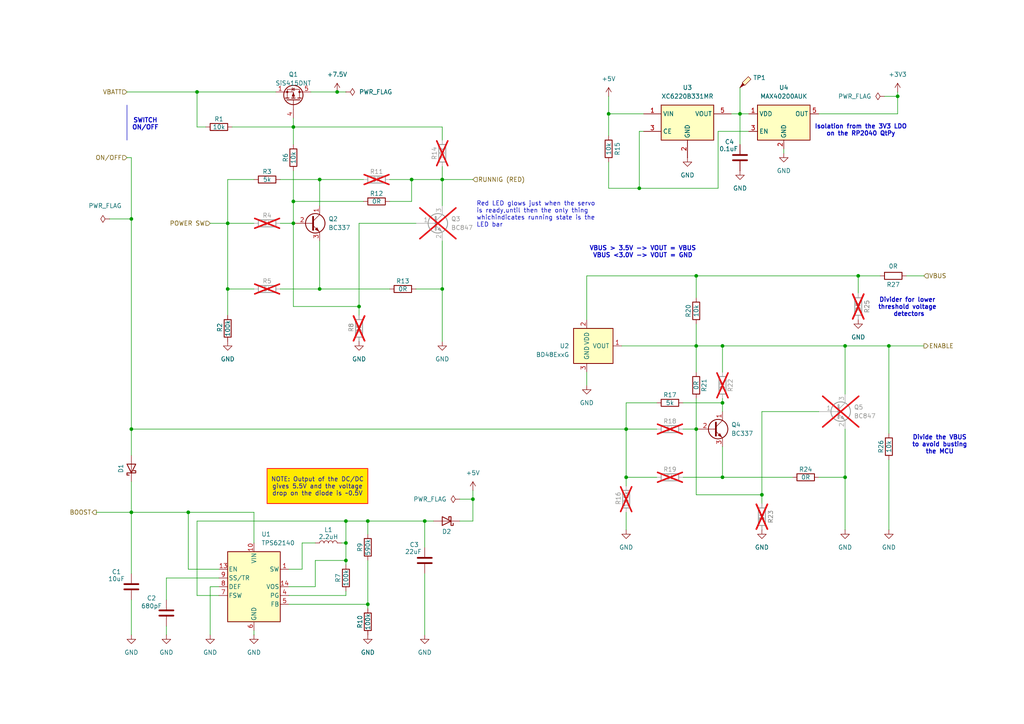
<source format=kicad_sch>
(kicad_sch (version 20250114) (generator "eeschema") (generator_version "9.99")
  (paper "A4")
  (title_block (title "Power Control") (date "2025-02-23") (rev "2.0") (company "Pacner Bros Tech"))
  (lib_symbols
    (symbol "Analog_Switch:MAX40200AUK"
      (property "Reference" "U" (at -6.35 6.35 0))
      (property "Value" "MAX40200AUK" (at 7.62 6.35 0))
      (symbol "MAX40200AUK_1_1"
        (rectangle (start -7.62 -5.08) (end 7.62 5.08) (stroke (width 0.254)) (fill (type background)))
        (pin power_in line (at -10.16 2.54 0) (length 2.54) (name "VDD") (number "1"))
        (pin input line (at -10.16 -2.54 0) (length 2.54) (name "EN") (number "3"))
        (pin power_in line (at 0 -7.62 90) (length 2.54) (name "GND") (number "2"))
        (pin no_connect line (at 7.62 -2.54 180) (length 2.54) (hide yes) (name "NC") (number "4"))
        (pin passive line (at 10.16 2.54 180) (length 2.54) (name "OUT") (number "5"))
      )
    )
    (symbol "Connector:TestPoint_Probe" (pin_numbers (hide yes)) (pin_names (offset 0.762) (hide yes))
      (property "Reference" "TP" (at 1.651 5.842 0))
      (property "Value" "TestPoint_Probe" (at 1.651 4.064 0))
      (symbol "TestPoint_Probe_0_1"
        (polyline (pts (xy 1.27 0.762) (xy 0 0) (xy 0.762 1.27) (xy 1.27 0.762)) (fill (type outline)))
        (polyline (pts (xy 1.397 0.635) (xy 0.635 1.397) (xy 2.413 3.175) (xy 3.175 2.413) (xy 1.397 0.635)) (fill (type background)))
      )
      (symbol "TestPoint_Probe_1_1"
        (pin passive line (at 0 0 90) (length 0) (name "1") (number "1"))
      )
    )
    (symbol "Device:C" (pin_numbers (hide yes)) (pin_names (offset 0.254))
      (property "Reference" "C" (at 0.635 2.54 0))
      (property "Value" "C" (at 0.635 -2.54 0))
      (symbol "C_0_1"
        (polyline (pts (xy -2.032 0.762) (xy 2.032 0.762)) (stroke (width 0.508)))
        (polyline (pts (xy -2.032 -0.762) (xy 2.032 -0.762)) (stroke (width 0.508)))
      )
      (symbol "C_1_1"
        (pin passive line (at 0 3.81 270) (length 2.794) (name "~") (number "1"))
        (pin passive line (at 0 -3.81 90) (length 2.794) (name "~") (number "2"))
      )
    )
    (symbol "Device:D_Schottky" (pin_numbers (hide yes)) (pin_names (offset 1.016) (hide yes))
      (property "Reference" "D" (at 0 2.54 0))
      (property "Value" "D_Schottky" (at 0 -2.54 0))
      (symbol "D_Schottky_0_1"
        (polyline (pts (xy -1.905 0.635) (xy -1.905 1.27) (xy -1.27 1.27) (xy -1.27 -1.27) (xy -0.635 -1.27) (xy -0.635 -0.635)) (stroke (width 0.254)))
        (polyline (pts (xy 1.27 1.27) (xy 1.27 -1.27) (xy -1.27 0) (xy 1.27 1.27)) (stroke (width 0.254)))
        (polyline (pts (xy 1.27 0) (xy -1.27 0)))
      )
      (symbol "D_Schottky_1_1"
        (pin passive line (at -3.81 0 0) (length 2.54) (name "K") (number "1"))
        (pin passive line (at 3.81 0 180) (length 2.54) (name "A") (number "2"))
      )
    )
    (symbol "Device:L" (pin_numbers (hide yes)) (pin_names (offset 1.016) (hide yes))
      (property "Reference" "L" (at -1.27 0 90))
      (property "Value" "L" (at 1.905 0 90))
      (symbol "L_0_1"
        (arc (start 0 2.54) (mid 0.6323 1.905) (end 0 1.27))
        (arc (start 0 1.27) (mid 0.6323 0.635) (end 0 0))
        (arc (start 0 0) (mid 0.6323 -0.635) (end 0 -1.27))
        (arc (start 0 -1.27) (mid 0.6323 -1.905) (end 0 -2.54))
      )
      (symbol "L_1_1"
        (pin passive line (at 0 3.81 270) (length 1.27) (name "1") (number "1"))
        (pin passive line (at 0 -3.81 90) (length 1.27) (name "2") (number "2"))
      )
    )
    (symbol "Device:R" (pin_numbers (hide yes)) (pin_names (offset 0))
      (property "Reference" "R" (at 2.032 0 90))
      (property "Value" "R" (at 0 0 90))
      (symbol "R_0_1"
        (rectangle (start -1.016 -2.54) (end 1.016 2.54) (stroke (width 0.254)))
      )
      (symbol "R_1_1"
        (pin passive line (at 0 3.81 270) (length 1.27) (name "~") (number "1"))
        (pin passive line (at 0 -3.81 90) (length 1.27) (name "~") (number "2"))
      )
    )
    (symbol "Power_Management:BD48ExxG" (pin_names (offset 1.016))
      (property "Reference" "U" (at -3.81 6.35 0))
      (property "Value" "BD48ExxG" (at -5.08 0 90))
      (symbol "BD48ExxG_1_1"
        (rectangle (start -3.81 5.08) (end 7.62 -5.08) (stroke (width 0.254)) (fill (type background)))
        (pin power_in line (at 0 7.62 270) (length 2.54) (name "VDD") (number "2"))
        (pin power_in line (at 0 -7.62 90) (length 2.54) (name "GND") (number "3"))
        (pin output line (at 10.16 0 180) (length 2.54) (name "VOUT") (number "1"))
      )
    )
    (symbol "Regulator_Linear:XC6220B331MR"
      (property "Reference" "U" (at 0 8.89 0))
      (property "Value" "XC6220B331MR" (at 0 6.35 0))
      (symbol "XC6220B331MR_0_1"
        (rectangle (start -7.62 5.08) (end 7.62 -5.08) (stroke (width 0.254)) (fill (type background)))
      )
      (symbol "XC6220B331MR_1_1"
        (pin power_in line (at -12.7 2.54 0) (length 5.08) (name "VIN") (number "1"))
        (pin input line (at -12.7 -2.54 0) (length 5.08) (name "CE") (number "3"))
        (pin power_in line (at 0 -10.16 90) (length 5.08) (name "GND") (number "2"))
        (pin no_connect line (at 7.62 -2.54 180) (length 5.08) (hide yes) (name "NC") (number "4"))
        (pin power_out line (at 12.7 2.54 180) (length 5.08) (name "VOUT") (number "5"))
      )
    )
    (symbol "Regulator_Switching:TPS62140" (pin_names (offset 0.254))
      (property "Reference" "U" (at 3.81 13.97 0))
      (property "Value" "TPS62140" (at 3.81 11.43 0))
      (symbol "TPS62140_0_1"
        (rectangle (start -7.62 10.16) (end 7.62 -10.16) (stroke (width 0.254)) (fill (type background)))
      )
      (symbol "TPS62140_1_1"
        (pin input line (at -10.16 5.08 0) (length 2.54) (name "EN") (number "13"))
        (pin input line (at -10.16 2.54 0) (length 2.54) (name "SS/TR") (number "9"))
        (pin input line (at -10.16 0 0) (length 2.54) (name "DEF") (number "8"))
        (pin input line (at -10.16 -2.54 0) (length 2.54) (name "FSW") (number "7"))
        (pin power_in line (at 0 12.7 270) (length 2.54) (name "VIN") (number "10"))
        (pin passive line (at 0 12.7 270) (length 2.54) (hide yes) (name "VIN") (number "11"))
        (pin passive line (at 0 12.7 270) (length 2.54) (hide yes) (name "VIN") (number "12"))
        (pin passive line (at 0 -12.7 90) (length 2.54) (hide yes) (name "GND") (number "15"))
        (pin passive line (at 0 -12.7 90) (length 2.54) (hide yes) (name "GND") (number "16"))
        (pin passive line (at 0 -12.7 90) (length 2.54) (hide yes) (name "GND") (number "17"))
        (pin power_in line (at 0 -12.7 90) (length 2.54) (name "GND") (number "6"))
        (pin output line (at 10.16 5.08 180) (length 2.54) (name "SW") (number "1"))
        (pin passive line (at 10.16 5.08 180) (length 2.54) (hide yes) (name "SW") (number "2"))
        (pin passive line (at 10.16 5.08 180) (length 2.54) (hide yes) (name "SW") (number "3"))
        (pin input line (at 10.16 0 180) (length 2.54) (name "VOS") (number "14"))
        (pin open_collector line (at 10.16 -2.54 180) (length 2.54) (name "PG") (number "4"))
        (pin input line (at 10.16 -5.08 180) (length 2.54) (name "FB") (number "5"))
      )
    )
    (symbol "Transistor_BJT:BC337" (pin_names (offset 0) (hide yes))
      (property "Reference" "Q" (at 5.08 1.905 0))
      (property "Value" "BC337" (at 5.08 0 0))
      (symbol "BC337_0_1"
        (polyline (pts (xy 0 0) (xy 0.635 0)))
        (polyline (pts (xy 0.635 1.905) (xy 0.635 -1.905) (xy 0.635 -1.905)) (stroke (width 0.508)))
        (polyline (pts (xy 0.635 0.635) (xy 2.54 2.54)))
        (polyline (pts (xy 0.635 -0.635) (xy 2.54 -2.54) (xy 2.54 -2.54)))
        (circle (center 1.27 0) (radius 2.8194) (stroke (width 0.254)))
        (polyline (pts (xy 1.27 -1.778) (xy 1.778 -1.27) (xy 2.286 -2.286) (xy 1.27 -1.778) (xy 1.27 -1.778)) (fill (type outline)))
      )
      (symbol "BC337_1_1"
        (pin input line (at -5.08 0 0) (length 5.08) (name "B") (number "2"))
        (pin passive line (at 2.54 5.08 270) (length 2.54) (name "C") (number "1"))
        (pin passive line (at 2.54 -5.08 90) (length 2.54) (name "E") (number "3"))
      )
    )
    (symbol "Transistor_BJT:BC847" (pin_names (offset 0) (hide yes))
      (property "Reference" "Q" (at 5.08 1.905 0))
      (property "Value" "BC847" (at 5.08 0 0))
      (symbol "BC847_0_1"
        (polyline (pts (xy 0.635 1.905) (xy 0.635 -1.905) (xy 0.635 -1.905)) (stroke (width 0.508)))
        (polyline (pts (xy 0.635 0.635) (xy 2.54 2.54)))
        (polyline (pts (xy 0.635 -0.635) (xy 2.54 -2.54) (xy 2.54 -2.54)))
        (circle (center 1.27 0) (radius 2.8194) (stroke (width 0.254)))
        (polyline (pts (xy 1.27 -1.778) (xy 1.778 -1.27) (xy 2.286 -2.286) (xy 1.27 -1.778) (xy 1.27 -1.778)) (fill (type outline)))
      )
      (symbol "BC847_1_1"
        (pin input line (at -5.08 0 0) (length 5.715) (name "B") (number "1"))
        (pin passive line (at 2.54 5.08 270) (length 2.54) (name "C") (number "3"))
        (pin passive line (at 2.54 -5.08 90) (length 2.54) (name "E") (number "2"))
      )
    )
    (symbol "Transistor_FET:SiS415DNT" (pin_names (hide yes))
      (property "Reference" "Q" (at 5.08 1.905 0))
      (property "Value" "SiS415DNT" (at 5.08 0 0))
      (symbol "SiS415DNT_0_1"
        (polyline (pts (xy 0.254 1.905) (xy 0.254 -1.905)) (stroke (width 0.254)))
        (polyline (pts (xy 0.254 0) (xy -2.54 0)))
        (polyline (pts (xy 0.762 2.286) (xy 0.762 1.27)) (stroke (width 0.254)))
        (polyline (pts (xy 0.762 1.778) (xy 3.302 1.778) (xy 3.302 -1.778) (xy 0.762 -1.778)))
        (polyline (pts (xy 0.762 0.508) (xy 0.762 -0.508)) (stroke (width 0.254)))
        (polyline (pts (xy 0.762 -1.27) (xy 0.762 -2.286)) (stroke (width 0.254)))
        (circle (center 1.651 0) (radius 2.794) (stroke (width 0.254)))
        (polyline (pts (xy 2.286 0) (xy 1.27 0.381) (xy 1.27 -0.381) (xy 2.286 0)) (fill (type outline)))
        (polyline (pts (xy 2.54 2.54) (xy 2.54 1.778)))
        (circle (center 2.54 1.778) (radius 0.254) (fill (type outline)))
        (circle (center 2.54 -1.778) (radius 0.254) (fill (type outline)))
        (polyline (pts (xy 2.54 -2.54) (xy 2.54 0) (xy 0.762 0)))
        (polyline (pts (xy 2.794 -0.508) (xy 2.921 -0.381) (xy 3.683 -0.381) (xy 3.81 -0.254)))
        (polyline (pts (xy 3.302 -0.381) (xy 2.921 0.254) (xy 3.683 0.254) (xy 3.302 -0.381)))
      )
      (symbol "SiS415DNT_1_1"
        (pin passive line (at -5.08 0 0) (length 2.54) (name "G") (number "4"))
        (pin passive line (at 2.54 5.08 270) (length 2.54) (name "D") (number "5"))
        (pin passive line (at 2.54 -5.08 90) (length 2.54) (name "S") (number "1"))
        (pin passive line (at 2.54 -5.08 90) (length 2.54) (hide yes) (name "S") (number "2"))
        (pin passive line (at 2.54 -5.08 90) (length 2.54) (hide yes) (name "S") (number "3"))
      )
    )
    (symbol "power:+5V" (power) (pin_numbers (hide yes)) (pin_names (offset 0) (hide yes))
      (property "Value" "+5V" (at 0 3.556 0))
      (symbol "+5V_0_1"
        (polyline (pts (xy -0.762 1.27) (xy 0 2.54)))
        (polyline (pts (xy 0 2.54) (xy 0.762 1.27)))
        (polyline (pts (xy 0 0) (xy 0 2.54)))
      )
      (symbol "+5V_1_1"
        (pin power_in line (at 0 0 90) (length 0) (name "~") (number "1"))
      )
    )
    (symbol "power:+7.5V" (power) (pin_numbers (hide yes)) (pin_names (offset 0) (hide yes))
      (property "Value" "+7.5V" (at 0 3.556 0))
      (symbol "+7.5V_0_1"
        (polyline (pts (xy -0.762 1.27) (xy 0 2.54)))
        (polyline (pts (xy 0 2.54) (xy 0.762 1.27)))
        (polyline (pts (xy 0 0) (xy 0 2.54)))
      )
      (symbol "+7.5V_1_1"
        (pin power_in line (at 0 0 90) (length 0) (name "~") (number "1"))
      )
    )
    (symbol "power:GND" (power) (pin_numbers (hide yes)) (pin_names (offset 0) (hide yes))
      (property "Value" "GND" (at 0 -3.81 0))
      (symbol "GND_0_1"
        (polyline (pts (xy 0 0) (xy 0 -1.27) (xy 1.27 -1.27) (xy 0 -2.54) (xy -1.27 -1.27) (xy 0 -1.27)))
      )
      (symbol "GND_1_1"
        (pin power_in line (at 0 0 270) (length 0) (name "~") (number "1"))
      )
    )
    (symbol "power:PWR_FLAG" (power) (pin_numbers (hide yes)) (pin_names (offset 0) (hide yes))
      (property "Value" "PWR_FLAG" (at 0 3.81 0))
      (symbol "PWR_FLAG_0_0"
        (pin power_out line (at 0 0 90) (length 0) (name "~") (number "1"))
      )
      (symbol "PWR_FLAG_0_1"
        (polyline (pts (xy 0 0) (xy 0 1.27) (xy -1.016 1.905) (xy 0 2.54) (xy 1.016 1.905) (xy 0 1.27)))
      )
    )
  )
  (text "VBUS > 3.5V -> VOUT = VBUS\nVBUS <3.0V -> VOUT = GND" (at 186.436 73.152 0) (effects (font (size 1.27 1.27) (thickness 0.254) (bold yes))))
  (text "Divider for lower \nthreshold voltage \ndetectors" (at 263.652 89.154 0) (effects (font (size 1.27 1.27) (thickness 0.254) (bold yes))))
  (text "Divide the VBUS\nto avoid busting\nthe MCU" (at 272.542 129.032 0) (effects (font (size 1.27 1.27) (thickness 0.254) (bold yes))))
  (text "Isolation from the 3V3 LDO\non the RP2040 QtPy" (at 249.682 37.846 0) (effects (font (size 1.27 1.27) (thickness 0.254) (bold yes))))
  (text "Red LED glows just when the servo \nis ready,until then the only thing \nwhichindicates running state is the \nLED bar" (at 138.176 62.23 0) (effects (font (size 1.27 1.27)) (justify left)))
  (text "SWITCH\nON/OFF\n" (at 42.164 36.068 0) (effects (font (size 1.27 1.27) (thickness 0.254) (bold yes))))
  (text_box "NOTE: Output of the DC/DC\ngives 5.5V and the voltage\ndrop on the diode is ~0.5V" (at 77.47 135.89 0) (size 29.21 10.16) (margins 0.9525 0.9525 0.9525 0.9525) (stroke (width 0.254) (color 255 30 29 1)) (fill (type color) (color 255 234 0 1)) (effects (font (size 1.27 1.27))))
  (junction (at 85.09 64.77))
  (junction (at 57.15 26.67))
  (junction (at 104.14 88.9))
  (junction (at 176.53 33.02))
  (junction (at 220.98 143.51))
  (junction (at 100.33 157.48))
  (junction (at 123.19 151.13))
  (junction (at 181.61 138.43))
  (junction (at 137.16 144.78))
  (junction (at 209.55 100.33))
  (junction (at 54.61 148.59))
  (junction (at 106.68 175.26))
  (junction (at 201.93 100.33))
  (junction (at 38.1 63.5))
  (junction (at 100.33 162.56))
  (junction (at 92.71 52.07))
  (junction (at 181.61 124.46))
  (junction (at 128.27 83.82))
  (junction (at 92.71 83.82))
  (junction (at 248.92 80.01))
  (junction (at 201.93 124.46))
  (junction (at 85.09 36.83))
  (junction (at 128.27 52.07))
  (junction (at 245.11 138.43))
  (junction (at 209.55 116.84))
  (junction (at 38.1 124.46))
  (junction (at 260.35 27.94))
  (junction (at 201.93 80.01))
  (junction (at 257.81 100.33))
  (junction (at 66.04 64.77))
  (junction (at 100.33 151.13))
  (junction (at 66.04 83.82))
  (junction (at 214.63 33.02))
  (junction (at 97.79 26.67))
  (junction (at 209.55 138.43))
  (junction (at 85.09 58.42))
  (junction (at 106.68 151.13))
  (junction (at 185.42 54.61))
  (junction (at 38.1 148.59))
  (junction (at 119.38 52.07))
  (junction (at 245.11 100.33))
  (wire (pts (xy 104.14 64.77) (xy 120.65 64.77)))
  (wire (pts (xy 81.28 64.77) (xy 85.09 64.77)))
  (wire (pts (xy 214.63 25.4) (xy 214.63 33.02)))
  (wire (pts (xy 100.33 162.56) (xy 100.33 163.83)))
  (wire (pts (xy 176.53 27.94) (xy 176.53 33.02)))
  (wire (pts (xy 91.44 170.18) (xy 91.44 162.56)))
  (wire (pts (xy 57.15 172.72) (xy 57.15 151.13)))
  (wire (pts (xy 185.42 54.61) (xy 176.53 54.61)))
  (wire (pts (xy 113.03 58.42) (xy 119.38 58.42)))
  (wire (pts (xy 92.71 69.85) (xy 92.71 83.82)))
  (wire (pts (xy 123.19 166.37) (xy 123.19 184.15)))
  (wire (pts (xy 180.34 100.33) (xy 201.93 100.33)))
  (wire (pts (xy 137.16 151.13) (xy 133.35 151.13)))
  (wire (pts (xy 181.61 138.43) (xy 181.61 124.46)))
  (wire (pts (xy 48.26 173.99) (xy 48.26 167.64)))
  (wire (pts (xy 104.14 88.9) (xy 104.14 91.44)))
  (wire (pts (xy 66.04 52.07) (xy 66.04 64.77)))
  (wire (pts (xy 83.82 175.26) (xy 106.68 175.26)))
  (wire (pts (xy 190.5 116.84) (xy 181.61 116.84)))
  (wire (pts (xy 106.68 151.13) (xy 106.68 154.94)))
  (wire (pts (xy 209.55 100.33) (xy 209.55 107.95)))
  (wire (pts (xy 57.15 151.13) (xy 100.33 151.13)))
  (wire (pts (xy 201.93 124.46) (xy 201.93 143.51)))
  (wire (pts (xy 91.44 157.48) (xy 87.63 157.48)))
  (wire (pts (xy 57.15 36.83) (xy 59.69 36.83)))
  (wire (pts (xy 176.53 39.37) (xy 176.53 33.02)))
  (wire (pts (xy 85.09 88.9) (xy 104.14 88.9)))
  (wire (pts (xy 185.42 54.61) (xy 208.28 54.61)))
  (wire (pts (xy 54.61 165.1) (xy 63.5 165.1)))
  (wire (pts (xy 92.71 83.82) (xy 113.03 83.82)))
  (wire (pts (xy 66.04 64.77) (xy 73.66 64.77)))
  (wire (pts (xy 105.41 52.07) (xy 92.71 52.07)))
  (wire (pts (xy 100.33 151.13) (xy 106.68 151.13)))
  (wire (pts (xy 248.92 80.01) (xy 255.27 80.01)))
  (wire (pts (xy 38.1 132.08) (xy 38.1 124.46)))
  (wire (pts (xy 85.09 34.29) (xy 85.09 36.83)))
  (wire (pts (xy 257.81 133.35) (xy 257.81 153.67)))
  (wire (pts (xy 186.69 38.1) (xy 185.42 38.1)))
  (wire (pts (xy 128.27 69.85) (xy 128.27 83.82)))
  (wire (pts (xy 120.65 83.82) (xy 128.27 83.82)))
  (wire (pts (xy 85.09 49.53) (xy 85.09 58.42)))
  (wire (pts (xy 57.15 26.67) (xy 57.15 36.83)))
  (wire (pts (xy 100.33 171.45) (xy 100.33 172.72)))
  (wire (pts (xy 209.55 116.84) (xy 209.55 119.38)))
  (wire (pts (xy 190.5 124.46) (xy 181.61 124.46)))
  (wire (pts (xy 170.18 80.01) (xy 201.93 80.01)))
  (wire (pts (xy 201.93 100.33) (xy 209.55 100.33)))
  (wire (pts (xy 128.27 52.07) (xy 119.38 52.07)))
  (wire (pts (xy 212.09 33.02) (xy 214.63 33.02)))
  (wire (pts (xy 123.19 151.13) (xy 125.73 151.13)))
  (wire (pts (xy 60.96 184.15) (xy 60.96 170.18)))
  (wire (pts (xy 60.96 170.18) (xy 63.5 170.18)))
  (wire (pts (xy 237.49 33.02) (xy 260.35 33.02)))
  (wire (pts (xy 209.55 100.33) (xy 245.11 100.33)))
  (wire (pts (xy 38.1 148.59) (xy 54.61 148.59)))
  (wire (pts (xy 85.09 64.77) (xy 85.09 88.9)))
  (wire (pts (xy 220.98 119.38) (xy 237.49 119.38)))
  (wire (pts (xy 31.75 63.5) (xy 38.1 63.5)))
  (wire (pts (xy 73.66 157.48) (xy 73.66 148.59)))
  (wire (pts (xy 257.81 100.33) (xy 267.97 100.33)))
  (wire (pts (xy 208.28 38.1) (xy 217.17 38.1)))
  (wire (pts (xy 245.11 138.43) (xy 245.11 153.67)))
  (wire (pts (xy 87.63 157.48) (xy 87.63 165.1)))
  (wire (pts (xy 85.09 58.42) (xy 85.09 64.77)))
  (wire (pts (xy 91.44 162.56) (xy 100.33 162.56)))
  (wire (pts (xy 128.27 83.82) (xy 128.27 99.06)))
  (wire (pts (xy 38.1 148.59) (xy 38.1 139.7)))
  (wire (pts (xy 214.63 33.02) (xy 214.63 41.91)))
  (wire (pts (xy 237.49 138.43) (xy 245.11 138.43)))
  (wire (pts (xy 73.66 184.15) (xy 73.66 182.88)))
  (wire (pts (xy 245.11 124.46) (xy 245.11 138.43)))
  (wire (pts (xy 201.93 100.33) (xy 201.93 93.98)))
  (wire (pts (xy 201.93 80.01) (xy 201.93 86.36)))
  (wire (pts (xy 123.19 151.13) (xy 123.19 158.75)))
  (wire (pts (xy 185.42 38.1) (xy 185.42 54.61)))
  (wire (pts (xy 54.61 148.59) (xy 54.61 165.1)))
  (wire (pts (xy 57.15 26.67) (xy 80.01 26.67)))
  (wire (pts (xy 73.66 52.07) (xy 66.04 52.07)))
  (wire (pts (xy 137.16 142.24) (xy 137.16 144.78)))
  (wire (pts (xy 92.71 52.07) (xy 92.71 59.69)))
  (wire (pts (xy 100.33 157.48) (xy 99.06 157.48)))
  (wire (pts (xy 106.68 175.26) (xy 106.68 176.53)))
  (wire (pts (xy 106.68 151.13) (xy 123.19 151.13)))
  (wire (pts (xy 97.79 26.67) (xy 100.33 26.67)))
  (wire (pts (xy 248.92 80.01) (xy 248.92 85.09)))
  (wire (pts (xy 104.14 64.77) (xy 104.14 88.9)))
  (wire (pts (xy 85.09 36.83) (xy 85.09 41.91)))
  (wire (pts (xy 63.5 172.72) (xy 57.15 172.72)))
  (wire (pts (xy 181.61 148.59) (xy 181.61 153.67)))
  (wire (pts (xy 38.1 124.46) (xy 38.1 63.5)))
  (wire (pts (xy 67.31 36.83) (xy 85.09 36.83)))
  (wire (pts (xy 201.93 100.33) (xy 201.93 107.95)))
  (wire (pts (xy 90.17 26.67) (xy 97.79 26.67)))
  (wire (pts (xy 38.1 45.72) (xy 36.83 45.72)))
  (wire (pts (xy 209.55 129.54) (xy 209.55 138.43)))
  (wire (pts (xy 176.53 33.02) (xy 186.69 33.02)))
  (wire (pts (xy 262.89 80.01) (xy 267.97 80.01)))
  (wire (pts (xy 85.09 58.42) (xy 105.41 58.42)))
  (wire (pts (xy 128.27 52.07) (xy 128.27 59.69)))
  (wire (pts (xy 214.63 33.02) (xy 217.17 33.02)))
  (wire (pts (xy 83.82 170.18) (xy 91.44 170.18)))
  (wire (pts (xy 83.82 165.1) (xy 87.63 165.1)))
  (wire (pts (xy 128.27 48.26) (xy 128.27 52.07)))
  (polyline (pts (xy 36.83 30.48) (xy 36.83 40.64)))
  (wire (pts (xy 198.12 138.43) (xy 209.55 138.43)))
  (wire (pts (xy 60.96 64.77) (xy 66.04 64.77)))
  (wire (pts (xy 133.35 144.78) (xy 137.16 144.78)))
  (wire (pts (xy 66.04 83.82) (xy 73.66 83.82)))
  (wire (pts (xy 66.04 83.82) (xy 66.04 91.44)))
  (wire (pts (xy 201.93 115.57) (xy 201.93 124.46)))
  (wire (pts (xy 128.27 36.83) (xy 85.09 36.83)))
  (wire (pts (xy 119.38 58.42) (xy 119.38 52.07)))
  (wire (pts (xy 170.18 107.95) (xy 170.18 111.76)))
  (wire (pts (xy 201.93 80.01) (xy 248.92 80.01)))
  (wire (pts (xy 36.83 26.67) (xy 57.15 26.67)))
  (wire (pts (xy 245.11 100.33) (xy 257.81 100.33)))
  (wire (pts (xy 176.53 46.99) (xy 176.53 54.61)))
  (wire (pts (xy 100.33 151.13) (xy 100.33 157.48)))
  (wire (pts (xy 38.1 124.46) (xy 181.61 124.46)))
  (wire (pts (xy 137.16 144.78) (xy 137.16 151.13)))
  (wire (pts (xy 38.1 148.59) (xy 38.1 166.37)))
  (wire (pts (xy 128.27 52.07) (xy 137.16 52.07)))
  (wire (pts (xy 106.68 162.56) (xy 106.68 175.26)))
  (wire (pts (xy 38.1 45.72) (xy 38.1 63.5)))
  (wire (pts (xy 181.61 138.43) (xy 181.61 140.97)))
  (wire (pts (xy 260.35 26.67) (xy 260.35 27.94)))
  (wire (pts (xy 38.1 173.99) (xy 38.1 184.15)))
  (wire (pts (xy 48.26 167.64) (xy 63.5 167.64)))
  (wire (pts (xy 119.38 52.07) (xy 113.03 52.07)))
  (wire (pts (xy 256.54 27.94) (xy 260.35 27.94)))
  (wire (pts (xy 220.98 119.38) (xy 220.98 143.51)))
  (wire (pts (xy 209.55 116.84) (xy 198.12 116.84)))
  (wire (pts (xy 220.98 143.51) (xy 220.98 146.05)))
  (wire (pts (xy 100.33 162.56) (xy 100.33 157.48)))
  (wire (pts (xy 181.61 116.84) (xy 181.61 124.46)))
  (wire (pts (xy 260.35 33.02) (xy 260.35 27.94)))
  (wire (pts (xy 209.55 115.57) (xy 209.55 116.84)))
  (wire (pts (xy 128.27 36.83) (xy 128.27 40.64)))
  (wire (pts (xy 201.93 143.51) (xy 220.98 143.51)))
  (wire (pts (xy 257.81 100.33) (xy 257.81 125.73)))
  (wire (pts (xy 81.28 52.07) (xy 92.71 52.07)))
  (wire (pts (xy 208.28 54.61) (xy 208.28 38.1)))
  (wire (pts (xy 209.55 138.43) (xy 229.87 138.43)))
  (wire (pts (xy 83.82 172.72) (xy 100.33 172.72)))
  (wire (pts (xy 190.5 138.43) (xy 181.61 138.43)))
  (wire (pts (xy 227.33 44.45) (xy 227.33 43.18)))
  (wire (pts (xy 48.26 181.61) (xy 48.26 184.15)))
  (wire (pts (xy 27.94 148.59) (xy 38.1 148.59)))
  (wire (pts (xy 170.18 80.01) (xy 170.18 92.71)))
  (wire (pts (xy 245.11 100.33) (xy 245.11 114.3)))
  (wire (pts (xy 66.04 64.77) (xy 66.04 83.82)))
  (wire (pts (xy 198.12 124.46) (xy 201.93 124.46)))
  (wire (pts (xy 81.28 83.82) (xy 92.71 83.82)))
  (wire (pts (xy 54.61 148.59) (xy 73.66 148.59)))
  (hierarchical_label "BOOST" (shape output) (at 27.94 148.59 180))
  (hierarchical_label "ENABLE" (shape output) (at 267.97 100.33 0))
  (hierarchical_label "POWER SW" (shape input) (at 60.96 64.77 180))
  (hierarchical_label "RUNNIG (RED)" (shape input) (at 137.16 52.07 0))
  (hierarchical_label "VBUS" (shape input) (at 267.97 80.01 0))
  (hierarchical_label "ON{slash}OFF" (shape input) (at 36.83 45.72 180))
  (hierarchical_label "VBATT" (shape input) (at 36.83 26.67 180))
  (symbol (lib_id "power:GND") (at 227.33 44.45 0) (unit 1)
    (property "Reference" "#PWR021" (hide yes))
    (property "Value" "GND" (at 227.33 49.53 0))
    (property "Description" "Power symbol creates a global label with name \"GND\" , ground" (hide yes))
  )
  (symbol (lib_id "Transistor_BJT:BC337") (at 90.17 64.77 0) (unit 1)
    (property "Reference" "Q2" (at 95.25 63.4999 0) (effects (justify left)))
    (property "Value" "BC337" (at 95.25 66.0399 0) (effects (justify left)))
    (property "Footprint" "Package_TO_SOT_THT:TO-92_Inline" (hide yes))
    (property "Datasheet" "https://diotec.com/tl_files/diotec/files/pdf/datasheets/bc337.pdf" (hide yes))
    (property "Description" "0.8A Ic, 45V Vce, NPN Transistor, TO-92" (hide yes))
  )
  (symbol (lib_id "Device:R") (at 104.14 95.25 180) (unit 1) (in_bom no) (dnp yes)
    (property "Reference" "R8" (at 101.854 94.996 90))
    (property "Value" "0R" (at 104.14 95.25 90))
    (property "Footprint" "Resistor_SMD:R_0805_2012Metric_Pad1.20x1.40mm_HandSolder" (hide yes))
    (property "Description" "Resistor" (hide yes))
  )
  (symbol (lib_id "Device:R") (at 194.31 116.84 90) (mirror x) (unit 1)
    (property "Reference" "R17" (at 194.31 114.554 90))
    (property "Value" "5k" (at 194.31 116.84 90))
    (property "Footprint" "Resistor_SMD:R_0805_2012Metric_Pad1.20x1.40mm_HandSolder" (hide yes))
    (property "Description" "Resistor" (hide yes))
  )
  (symbol (lib_id "Transistor_BJT:BC847") (at 242.57 119.38 0) (unit 1) (in_bom no) (dnp yes)
    (property "Reference" "Q5" (at 247.65 118.1099 0) (effects (justify left)))
    (property "Value" "BC847" (at 247.65 120.6499 0) (effects (justify left)))
    (property "Footprint" "Package_TO_SOT_SMD:SOT-23" (hide yes))
    (property "Datasheet" "http://www.infineon.com/dgdl/Infineon-BC847SERIES_BC848SERIES_BC849SERIES_BC850SERIES-DS-v01_01-en.pdf?fileId=db3a304314dca389011541d4630a1657" (hide yes))
    (property "Description" "0.1A Ic, 45V Vce, NPN Transistor, SOT-23" (hide yes))
  )
  (symbol (lib_id "power:+5V") (at 260.35 26.67 0) (unit 1)
    (property "Reference" "#PWR025" (hide yes))
    (property "Value" "+3V3" (at 260.35 21.59 0))
    (property "Description" "Power symbol creates a global label with name \"+5V\"" (hide yes))
  )
  (symbol (lib_id "power:GND") (at 199.39 45.72 0) (unit 1)
    (property "Reference" "#PWR018" (hide yes))
    (property "Value" "GND" (at 199.39 50.8 0))
    (property "Description" "Power symbol creates a global label with name \"GND\" , ground" (hide yes))
  )
  (symbol (lib_id "Device:R") (at 176.53 43.18 0) (unit 1)
    (property "Reference" "R15" (at 179.07 43.18 90))
    (property "Value" "10k" (at 176.53 43.18 90))
    (property "Footprint" "Resistor_SMD:R_0805_2012Metric_Pad1.20x1.40mm_HandSolder" (hide yes))
    (property "Description" "Resistor" (hide yes))
  )
  (symbol (lib_id "Device:R") (at 201.93 111.76 0) (mirror x) (unit 1)
    (property "Reference" "R21" (at 204.216 111.76 90))
    (property "Value" "0R" (at 201.93 111.76 90))
    (property "Footprint" "Resistor_SMD:R_0805_2012Metric_Pad1.20x1.40mm_HandSolder" (hide yes))
    (property "Description" "Resistor" (hide yes))
  )
  (symbol (lib_id "power:GND") (at 170.18 111.76 0) (unit 1)
    (property "Reference" "#PWR015" (hide yes))
    (property "Value" "GND" (at 170.18 116.84 0))
    (property "Description" "Power symbol creates a global label with name \"GND\" , ground" (hide yes))
  )
  (symbol (lib_id "power:GND") (at 123.19 184.15 0) (unit 1)
    (property "Reference" "#PWR012" (hide yes))
    (property "Value" "GND" (at 123.19 189.23 0))
    (property "Description" "Power symbol creates a global label with name \"GND\" , ground" (hide yes))
  )
  (symbol (lib_id "Transistor_BJT:BC847") (at 125.73 64.77 0) (unit 1) (in_bom no) (dnp yes)
    (property "Reference" "Q3" (at 130.81 63.4999 0) (effects (justify left)))
    (property "Value" "BC847" (at 130.81 66.0399 0) (effects (justify left)))
    (property "Footprint" "Package_TO_SOT_SMD:SOT-23" (hide yes))
    (property "Datasheet" "http://www.infineon.com/dgdl/Infineon-BC847SERIES_BC848SERIES_BC849SERIES_BC850SERIES-DS-v01_01-en.pdf?fileId=db3a304314dca389011541d4630a1657" (hide yes))
    (property "Description" "0.1A Ic, 45V Vce, NPN Transistor, SOT-23" (hide yes))
  )
  (symbol (lib_id "Device:R") (at 63.5 36.83 90) (unit 1)
    (property "Reference" "R1" (at 63.5 34.544 90))
    (property "Value" "10k" (at 63.5 36.83 90))
    (property "Footprint" "Resistor_SMD:R_0805_2012Metric_Pad1.20x1.40mm_HandSolder" (hide yes))
    (property "Description" "Resistor" (hide yes))
  )
  (symbol (lib_id "power:PWR_FLAG") (at 256.54 27.94 90) (unit 1)
    (property "Reference" "#FLG04" (hide yes))
    (property "Value" "PWR_FLAG" (at 252.73 27.9399 90) (effects (justify left)))
    (property "Description" "Special symbol for telling ERC where power comes from" (hide yes))
  )
  (symbol (lib_id "Regulator_Switching:TPS62140") (at 73.66 170.18 0) (unit 1)
    (property "Reference" "U1" (at 75.8033 154.94 0) (effects (justify left)))
    (property "Value" "TPS62140" (at 75.8033 157.48 0) (effects (justify left)))
    (property "Footprint" "Package_DFN_QFN:VQFN-16-1EP_3x3mm_P0.5mm_EP1.68x1.68mm_ThermalVias" (hide yes))
    (property "Datasheet" "http://www.ti.com/lit/ds/symlink/TPS62140.pdf" (hide yes))
    (property "Description" "2A Step-Down Converter with DCS-Control, Adjustable Output Voltage, 3-17V Input Voltage, QFN-16" (hide yes))
  )
  (symbol (lib_id "power:GND") (at 106.68 184.15 0) (unit 1)
    (property "Reference" "#PWR011" (hide yes))
    (property "Value" "GND" (at 106.68 189.23 0))
    (property "Description" "Power symbol creates a global label with name \"GND\" , ground" (hide yes))
  )
  (symbol (lib_id "Device:R") (at 194.31 124.46 90) (unit 1) (in_bom no) (dnp yes)
    (property "Reference" "R18" (at 194.31 122.174 90))
    (property "Value" "5k" (at 194.31 124.46 90))
    (property "Footprint" "Resistor_SMD:R_0805_2012Metric_Pad1.20x1.40mm_HandSolder" (hide yes))
    (property "Description" "Resistor" (hide yes))
  )
  (symbol (lib_id "power:GND") (at 181.61 153.67 0) (unit 1)
    (property "Reference" "#PWR017" (hide yes))
    (property "Value" "GND" (at 181.61 158.75 0))
    (property "Description" "Power symbol creates a global label with name \"GND\" , ground" (hide yes))
  )
  (symbol (lib_id "Analog_Switch:MAX40200AUK") (at 227.33 35.56 0) (unit 1)
    (property "Reference" "U4" (at 227.33 25.4 0))
    (property "Value" "MAX40200AUK" (at 227.33 27.94 0))
    (property "Footprint" "Package_TO_SOT_SMD:SOT-23-5" (hide yes))
    (property "Datasheet" "https://datasheets.maximintegrated.com/en/ds/MAX40200.pdf" (hide yes))
    (property "Description" "Ideal Diode, Ultra-Low Voltage Drop, 1.5-5.5V, 1A, SOT-23-5" (hide yes))
  )
  (symbol (lib_id "Device:L") (at 95.25 157.48 90) (unit 1)
    (property "Reference" "L1" (at 95.25 153.67 90))
    (property "Value" "2.2uH" (at 95.25 155.702 90))
    (property "Footprint" "Inductor_SMD:L_1008_2520Metric_Pad1.43x2.20mm_HandSolder" (hide yes))
    (property "Description" "Inductor" (hide yes))
    (property "Purchase" "https://cz.farnell.com/murata/dfe252012p-2r2m-p2/inductor-2-2uh-20-2-6a-shld-1008/dp/2530074" (hide yes))
  )
  (symbol (lib_id "power:+7.5V") (at 97.79 26.67 0) (unit 1)
    (property "Reference" "#PWR09" (hide yes))
    (property "Value" "+7.5V" (at 97.79 21.59 0))
    (property "Description" "Power symbol creates a global label with name \"+7.5V\"" (hide yes))
  )
  (symbol (lib_id "Transistor_FET:SiS415DNT") (at 85.09 29.21 270) (mirror x) (unit 1)
    (property "Reference" "Q1" (at 85.09 21.59 90))
    (property "Value" "SiS415DNT" (at 85.09 24.13 90))
    (property "Footprint" "Package_SO:Vishay_PowerPAK_1212-8_Single" (hide yes))
    (property "Datasheet" "https://www.vishay.com/docs/63684/sis415dnt.pdf" (hide yes))
    (property "Description" "-35A Id, -20V Vds, P-Channel MOSFET, PowerPAK 1212-8 Single" (hide yes))
  )
  (symbol (lib_id "Regulator_Linear:XC6220B331MR") (at 199.39 35.56 0) (unit 1)
    (property "Reference" "U3" (at 199.39 25.4 0))
    (property "Value" "XC6220B331MR" (at 199.39 27.94 0))
    (property "Footprint" "Package_TO_SOT_SMD:SOT-23-5" (hide yes))
    (property "Datasheet" "https://www.torexsemi.com/file/xc6220/XC6220.pdf" (hide yes))
    (property "Description" "1A, Low Drop-out Voltage Regulator, Fixed Output 3.3V, SOT-23-5" (hide yes))
  )
  (symbol (lib_id "Device:R") (at 106.68 158.75 0) (unit 1)
    (property "Reference" "R9" (at 104.394 158.75 90))
    (property "Value" "590k" (at 106.68 158.75 90))
    (property "Footprint" "Resistor_SMD:R_0805_2012Metric_Pad1.20x1.40mm_HandSolder" (hide yes))
    (property "Description" "Resistor" (hide yes))
  )
  (symbol (lib_id "power:GND") (at 128.27 99.06 0) (unit 1)
    (property "Reference" "#PWR013" (hide yes))
    (property "Value" "GND" (at 128.27 104.14 0))
    (property "Description" "Power symbol creates a global label with name \"GND\" , ground" (hide yes))
  )
  (symbol (lib_id "Device:D_Schottky") (at 38.1 135.89 90) (unit 1)
    (property "Reference" "D1" (at 35.052 135.89 0))
    (property "Value" "MBR0520" (hide yes))
    (property "Footprint" "Diode_SMD:D_SOD-123" (hide yes))
    (property "Description" "Schottky diode" (hide yes))
    (property "Purchase" "https://cz.farnell.com/diodes-inc/mbr230s1f-7/schottky-rectifier-30v-2a-sod/dp/3405045" (hide yes))
  )
  (symbol (lib_id "power:+5V") (at 137.16 142.24 0) (unit 1)
    (property "Reference" "#PWR014" (hide yes))
    (property "Value" "+5V" (at 137.16 137.16 0))
    (property "Description" "Power symbol creates a global label with name \"+5V\"" (hide yes))
  )
  (symbol (lib_id "power:GND") (at 60.96 184.15 0) (unit 1)
    (property "Reference" "#PWR06" (hide yes))
    (property "Value" "GND" (at 60.96 189.23 0))
    (property "Description" "Power symbol creates a global label with name \"GND\" , ground" (hide yes))
  )
  (symbol (lib_id "Device:R") (at 257.81 129.54 180) (unit 1)
    (property "Reference" "R26" (at 255.524 129.54 90))
    (property "Value" "10k" (at 257.81 129.54 90))
    (property "Footprint" "Resistor_SMD:R_0805_2012Metric_Pad1.20x1.40mm_HandSolder" (hide yes))
    (property "Description" "Resistor" (hide yes))
  )
  (symbol (lib_id "Device:R") (at 209.55 111.76 0) (mirror x) (unit 1) (in_bom no) (dnp yes)
    (property "Reference" "R22" (at 211.836 111.76 90))
    (property "Value" "0R" (at 209.55 111.76 90))
    (property "Footprint" "Resistor_SMD:R_0805_2012Metric_Pad1.20x1.40mm_HandSolder" (hide yes))
    (property "Description" "Resistor" (hide yes))
  )
  (symbol (lib_id "Device:R") (at 77.47 64.77 90) (unit 1) (in_bom no) (dnp yes)
    (property "Reference" "R4" (at 77.47 62.484 90))
    (property "Value" "5k" (at 77.47 64.77 90))
    (property "Footprint" "Resistor_SMD:R_0805_2012Metric_Pad1.20x1.40mm_HandSolder" (hide yes))
    (property "Description" "Resistor" (hide yes))
  )
  (symbol (lib_id "Device:R") (at 181.61 144.78 180) (unit 1) (in_bom no) (dnp yes)
    (property "Reference" "R16" (at 179.324 144.526 90))
    (property "Value" "100k" (at 181.61 144.78 90))
    (property "Footprint" "Resistor_SMD:R_0805_2012Metric_Pad1.20x1.40mm_HandSolder" (hide yes))
    (property "Description" "Resistor" (hide yes))
  )
  (symbol (lib_id "power:GND") (at 73.66 184.15 0) (unit 1)
    (property "Reference" "#PWR08" (hide yes))
    (property "Value" "GND" (at 73.66 189.23 0))
    (property "Description" "Power symbol creates a global label with name \"GND\" , ground" (hide yes))
  )
  (symbol (lib_id "Device:R") (at 233.68 138.43 270) (unit 1)
    (property "Reference" "R24" (at 233.68 136.144 90))
    (property "Value" "0R" (at 233.68 138.43 90))
    (property "Footprint" "Resistor_SMD:R_0805_2012Metric_Pad1.20x1.40mm_HandSolder" (hide yes))
    (property "Description" "Resistor" (hide yes))
  )
  (symbol (lib_id "power:GND") (at 214.63 49.53 0) (unit 1)
    (property "Reference" "#PWR019" (hide yes))
    (property "Value" "GND" (at 214.63 54.61 0))
    (property "Description" "Power symbol creates a global label with name \"GND\" , ground" (hide yes))
  )
  (symbol (lib_id "Power_Management:BD48ExxG") (at 170.18 100.33 0) (unit 1)
    (property "Reference" "U2" (at 165.1 100.3299 0) (effects (justify right)))
    (property "Value" "BD48ExxG" (at 165.1 102.8699 0) (effects (justify right)))
    (property "Footprint" "Package_TO_SOT_SMD:SOT-23-5" (hide yes))
    (property "Datasheet" "https://www.rohm.de/datasheet/BD4830FVE/bd48xxg-e" (hide yes))
    (property "Description" "Standard CMOS Voltage Detector IC, Open Drain Output, SSOP5" (hide yes))
  )
  (symbol (lib_id "Device:R") (at 128.27 44.45 180) (unit 1) (in_bom no) (dnp yes)
    (property "Reference" "R14" (at 125.984 44.45 90))
    (property "Value" "10k" (at 128.27 44.45 90))
    (property "Footprint" "Resistor_SMD:R_0805_2012Metric_Pad1.20x1.40mm_HandSolder" (hide yes))
    (property "Description" "Resistor" (hide yes))
  )
  (symbol (lib_id "Device:R") (at 116.84 83.82 270) (unit 1)
    (property "Reference" "R13" (at 116.84 81.534 90))
    (property "Value" "0R" (at 116.84 83.82 90))
    (property "Footprint" "Resistor_SMD:R_0805_2012Metric_Pad1.20x1.40mm_HandSolder" (hide yes))
    (property "Description" "Resistor" (hide yes))
  )
  (symbol (lib_id "Device:R") (at 109.22 58.42 270) (unit 1)
    (property "Reference" "R12" (at 109.22 56.134 90))
    (property "Value" "0R" (at 109.22 58.42 90))
    (property "Footprint" "Resistor_SMD:R_0805_2012Metric_Pad1.20x1.40mm_HandSolder" (hide yes))
    (property "Description" "Resistor" (hide yes))
  )
  (symbol (lib_id "Device:R") (at 259.08 80.01 270) (unit 1)
    (property "Reference" "R27" (at 259.08 82.55 90))
    (property "Value" "0R" (at 259.08 77.216 90))
    (property "Footprint" "Resistor_SMD:R_0805_2012Metric_Pad1.20x1.40mm_HandSolder" (hide yes))
    (property "Description" "Resistor" (hide yes))
  )
  (symbol (lib_id "Device:R") (at 248.92 88.9 0) (unit 1) (in_bom no) (dnp yes)
    (property "Reference" "R25" (at 251.46 88.9 90))
    (property "Value" "0R" (at 248.92 88.9 90))
    (property "Footprint" "Resistor_SMD:R_0805_2012Metric_Pad1.20x1.40mm_HandSolder" (hide yes))
    (property "Description" "Resistor" (hide yes))
  )
  (symbol (lib_id "Device:R") (at 77.47 52.07 90) (unit 1)
    (property "Reference" "R3" (at 77.47 49.784 90))
    (property "Value" "5k" (at 77.47 52.07 90))
    (property "Footprint" "Resistor_SMD:R_0805_2012Metric_Pad1.20x1.40mm_HandSolder" (hide yes))
    (property "Description" "Resistor" (hide yes))
  )
  (symbol (lib_id "Device:R") (at 194.31 138.43 90) (unit 1) (in_bom no) (dnp yes)
    (property "Reference" "R19" (at 194.31 136.144 90))
    (property "Value" "5k" (at 194.31 138.43 90))
    (property "Footprint" "Resistor_SMD:R_0805_2012Metric_Pad1.20x1.40mm_HandSolder" (hide yes))
    (property "Description" "Resistor" (hide yes))
  )
  (symbol (lib_id "Device:R") (at 100.33 167.64 0) (mirror y) (unit 1)
    (property "Reference" "R7" (at 98.044 167.64 90))
    (property "Value" "100k" (at 100.33 167.64 90))
    (property "Footprint" "Resistor_SMD:R_0805_2012Metric_Pad1.20x1.40mm_HandSolder" (hide yes))
    (property "Description" "Resistor" (hide yes))
  )
  (symbol (lib_id "Device:C") (at 123.19 162.56 0) (unit 1)
    (property "Reference" "C3" (at 120.142 157.988 0))
    (property "Value" "22uF" (at 119.888 160.02 0))
    (property "Footprint" "Capacitor_SMD:C_0805_2012Metric_Pad1.18x1.45mm_HandSolder" (hide yes))
    (property "Description" "Unpolarized capacitor" (hide yes))
  )
  (symbol (lib_id "power:GND") (at 48.26 184.15 0) (unit 1)
    (property "Reference" "#PWR05" (hide yes))
    (property "Value" "GND" (at 48.26 189.23 0))
    (property "Description" "Power symbol creates a global label with name \"GND\" , ground" (hide yes))
  )
  (symbol (lib_id "power:PWR_FLAG") (at 100.33 26.67 270) (unit 1)
    (property "Reference" "#FLG02" (hide yes))
    (property "Value" "PWR_FLAG" (at 104.14 26.6699 90) (effects (justify left)))
    (property "Description" "Special symbol for telling ERC where power comes from" (hide yes))
  )
  (symbol (lib_id "Device:R") (at 220.98 149.86 180) (unit 1) (in_bom no) (dnp yes)
    (property "Reference" "R23" (at 223.52 149.86 90))
    (property "Value" "5k" (at 220.98 149.86 90))
    (property "Footprint" "Resistor_SMD:R_0805_2012Metric_Pad1.20x1.40mm_HandSolder" (hide yes))
    (property "Description" "Resistor" (hide yes))
  )
  (symbol (lib_id "power:+5V") (at 176.53 27.94 0) (unit 1)
    (property "Reference" "#PWR016" (hide yes))
    (property "Value" "+5V" (at 176.53 22.86 0))
    (property "Description" "Power symbol creates a global label with name \"+5V\"" (hide yes))
  )
  (symbol (lib_id "power:GND") (at 220.98 153.67 0) (unit 1)
    (property "Reference" "#PWR020" (hide yes))
    (property "Value" "GND" (at 220.98 158.75 0))
    (property "Description" "Power symbol creates a global label with name \"GND\" , ground" (hide yes))
  )
  (symbol (lib_id "Device:R") (at 66.04 95.25 180) (unit 1)
    (property "Reference" "R2" (at 63.754 94.996 90))
    (property "Value" "100k" (at 66.04 95.25 90))
    (property "Footprint" "Resistor_SMD:R_0805_2012Metric_Pad1.20x1.40mm_HandSolder" (hide yes))
    (property "Description" "Resistor" (hide yes))
  )
  (symbol (lib_id "Transistor_BJT:BC337") (at 207.01 124.46 0) (unit 1)
    (property "Reference" "Q4" (at 212.09 123.1899 0) (effects (justify left)))
    (property "Value" "BC337" (at 212.09 125.7299 0) (effects (justify left)))
    (property "Footprint" "Package_TO_SOT_THT:TO-92_Inline" (hide yes))
    (property "Datasheet" "https://diotec.com/tl_files/diotec/files/pdf/datasheets/bc337.pdf" (hide yes))
    (property "Description" "0.8A Ic, 45V Vce, NPN Transistor, TO-92" (hide yes))
  )
  (symbol (lib_id "Device:R") (at 106.68 180.34 0) (unit 1)
    (property "Reference" "R10" (at 104.394 180.34 90))
    (property "Value" "100k" (at 106.68 180.34 90))
    (property "Footprint" "Resistor_SMD:R_0805_2012Metric_Pad1.20x1.40mm_HandSolder" (hide yes))
    (property "Description" "Resistor" (hide yes))
  )
  (symbol (lib_id "power:GND") (at 248.92 92.71 0) (unit 1)
    (property "Reference" "#PWR023" (hide yes))
    (property "Value" "GND" (at 248.92 97.79 0))
    (property "Description" "Power symbol creates a global label with name \"GND\" , ground" (hide yes))
  )
  (symbol (lib_id "power:GND") (at 257.81 153.67 0) (unit 1)
    (property "Reference" "#PWR024" (hide yes))
    (property "Value" "GND" (at 257.81 158.75 0))
    (property "Description" "Power symbol creates a global label with name \"GND\" , ground" (hide yes))
  )
  (symbol (lib_id "Device:C") (at 48.26 177.8 0) (unit 1)
    (property "Reference" "C2" (at 43.942 173.482 0))
    (property "Value" "680pF" (at 43.942 175.768 0))
    (property "Footprint" "Capacitor_SMD:C_0805_2012Metric_Pad1.18x1.45mm_HandSolder" (hide yes))
    (property "Description" "Unpolarized capacitor" (hide yes))
  )
  (symbol (lib_id "power:PWR_FLAG") (at 31.75 63.5 90) (unit 1)
    (property "Reference" "#FLG01" (hide yes))
    (property "Value" "PWR_FLAG" (at 30.48 59.69 90))
    (property "Description" "Special symbol for telling ERC where power comes from" (hide yes))
  )
  (symbol (lib_id "Device:D_Schottky") (at 129.54 151.13 180) (unit 1)
    (property "Reference" "D2" (at 129.54 154.178 0))
    (property "Value" "MBR0520" (hide yes))
    (property "Footprint" "Diode_SMD:D_SOD-123" (hide yes))
    (property "Description" "Schottky diode" (hide yes))
    (property "Purchase" "https://cz.farnell.com/diodes-inc/mbr230s1f-7/schottky-rectifier-30v-2a-sod/dp/3405045" (hide yes))
  )
  (symbol (lib_id "Device:R") (at 201.93 90.17 180) (unit 1)
    (property "Reference" "R20" (at 199.644 90.17 90))
    (property "Value" "10k" (at 201.93 90.17 90))
    (property "Footprint" "Resistor_SMD:R_0805_2012Metric_Pad1.20x1.40mm_HandSolder" (hide yes))
    (property "Description" "Resistor" (hide yes))
  )
  (symbol (lib_id "power:PWR_FLAG") (at 133.35 144.78 90) (unit 1)
    (property "Reference" "#FLG03" (hide yes))
    (property "Value" "PWR_FLAG" (at 129.54 144.7799 90) (effects (justify left)))
    (property "Description" "Special symbol for telling ERC where power comes from" (hide yes))
  )
  (symbol (lib_id "power:GND") (at 66.04 99.06 0) (unit 1)
    (property "Reference" "#PWR07" (hide yes))
    (property "Value" "GND" (at 66.04 104.14 0))
    (property "Description" "Power symbol creates a global label with name \"GND\" , ground" (hide yes))
  )
  (symbol (lib_id "Device:R") (at 77.47 83.82 90) (unit 1) (in_bom no) (dnp yes)
    (property "Reference" "R5" (at 77.47 81.534 90))
    (property "Value" "5k" (at 77.47 83.82 90))
    (property "Footprint" "Resistor_SMD:R_0805_2012Metric_Pad1.20x1.40mm_HandSolder" (hide yes))
    (property "Description" "Resistor" (hide yes))
  )
  (symbol (lib_id "Device:C") (at 38.1 170.18 0) (unit 1)
    (property "Reference" "C1" (at 33.782 165.862 0))
    (property "Value" "10uF" (at 33.782 167.894 0))
    (property "Footprint" "Capacitor_SMD:C_0805_2012Metric_Pad1.18x1.45mm_HandSolder" (hide yes))
    (property "Description" "Unpolarized capacitor" (hide yes))
  )
  (symbol (lib_id "power:GND") (at 38.1 184.15 0) (unit 1)
    (property "Reference" "#PWR04" (hide yes))
    (property "Value" "GND" (at 38.1 189.23 0))
    (property "Description" "Power symbol creates a global label with name \"GND\" , ground" (hide yes))
  )
  (symbol (lib_id "Device:C") (at 214.63 45.72 0) (unit 1)
    (property "Reference" "C4" (at 211.582 41.148 0))
    (property "Value" "0.1uF" (at 211.328 43.18 0))
    (property "Footprint" "Capacitor_SMD:C_0805_2012Metric_Pad1.18x1.45mm_HandSolder" (hide yes))
    (property "Description" "Unpolarized capacitor" (hide yes))
  )
  (symbol (lib_id "power:GND") (at 245.11 153.67 0) (unit 1)
    (property "Reference" "#PWR022" (hide yes))
    (property "Value" "GND" (at 245.11 158.75 0))
    (property "Description" "Power symbol creates a global label with name \"GND\" , ground" (hide yes))
  )
  (symbol (lib_id "Device:R") (at 109.22 52.07 270) (unit 1) (in_bom no) (dnp yes)
    (property "Reference" "R11" (at 109.22 49.784 90))
    (property "Value" "0R" (at 109.22 52.07 90))
    (property "Footprint" "Resistor_SMD:R_0805_2012Metric_Pad1.20x1.40mm_HandSolder" (hide yes))
    (property "Description" "Resistor" (hide yes))
  )
  (symbol (lib_id "power:GND") (at 104.14 99.06 0) (unit 1)
    (property "Reference" "#PWR010" (hide yes))
    (property "Value" "GND" (at 104.14 104.14 0))
    (property "Description" "Power symbol creates a global label with name \"GND\" , ground" (hide yes))
  )
  (symbol (lib_id "Connector:TestPoint_Probe") (at 214.63 25.4 0) (unit 1)
    (property "Reference" "TP1" (at 218.44 22.5424 0) (effects (justify left)))
    (property "Value" "TestPoint_Probe" (hide yes))
    (property "Footprint" "TestPoint:TestPoint_Pad_1.5x1.5mm" (hide yes))
    (property "Description" "test point (alternative probe-style design)" (hide yes))
  )
  (symbol (lib_id "Device:R") (at 85.09 45.72 180) (unit 1)
    (property "Reference" "R6" (at 82.804 45.72 90))
    (property "Value" "10k" (at 85.09 45.72 90))
    (property "Footprint" "Resistor_SMD:R_0805_2012Metric_Pad1.20x1.40mm_HandSolder" (hide yes))
    (property "Description" "Resistor" (hide yes))
  )
)
</source>
